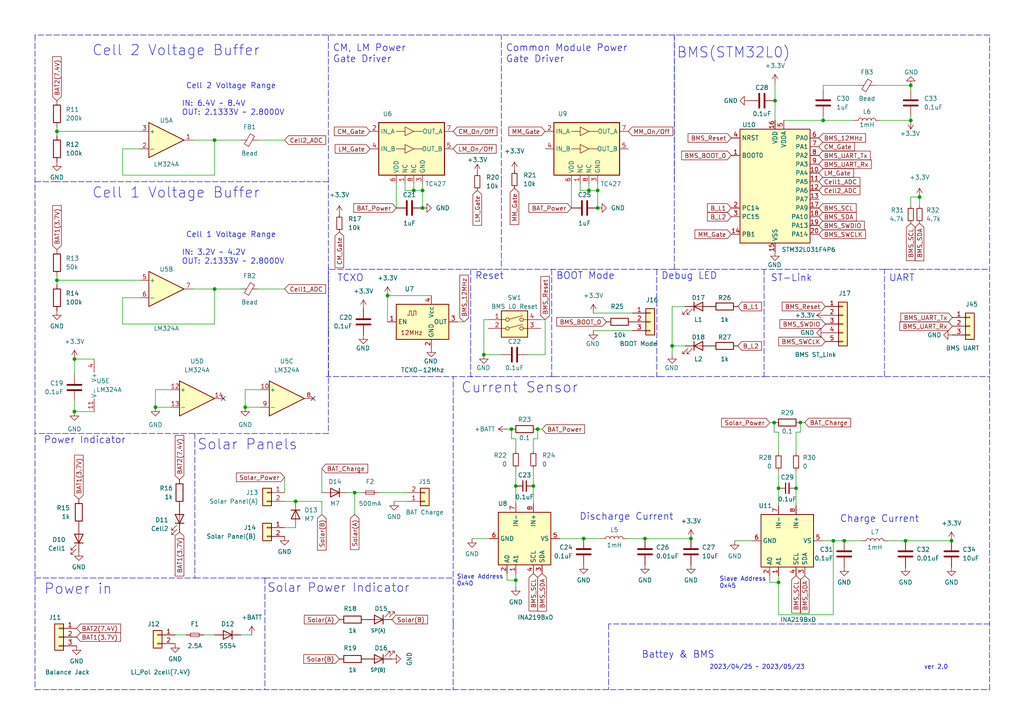
<source format=kicad_sch>
(kicad_sch (version 20250114) (generator "eeschema") (generator_version "9.0")
  (paper "A4")
  (text " Cell 2 Voltage Range\n\nIN: 6.4V ~ 8.4V\nOUT: 2.1333V ~ 2.8000V" (at 52.705 33.655 0) (effects (font (size 1.6 1.6)) (justify left bottom)))
  (text "Common Module Power\nGate Driver" (at 146.685 18.415 0) (effects (font (size 2 2)) (justify left bottom)))
  (text "Cell 1 Voltage Buffer" (at 26.67 57.785 0) (effects (font (size 3 3)) (justify left bottom)))
  (text "Charge Current" (at 243.586 151.765 0) (effects (font (size 2 2)) (justify left bottom)))
  (text "BMS(STM32L0)" (at 196.215 17.145 0) (effects (font (size 3 3)) (justify left bottom)))
  (text "TCXO" (at 97.79 81.915 0) (effects (font (size 2 2)) (justify left bottom)))
  (text "ST-Link" (at 223.52 81.915 0) (effects (font (size 2 2)) (justify left bottom)))
  (text "CM, LM Power\nGate Driver" (at 96.52 18.415 0) (effects (font (size 2 2)) (justify left bottom)))
  (text "Slave Address\n0x40" (at 132.461 170.18 0) (effects (font (size 1.27 1.27)) (justify left bottom)))
  (text "UART" (at 257.81 81.915 0) (effects (font (size 2 2)) (justify left bottom)))
  (text "BOOT Mode" (at 161.29 81.28 0) (effects (font (size 2 2)) (justify left bottom)))
  (text "Solar Power Indicator" (at 77.47 172.085 0) (effects (font (size 2.5 2.5)) (justify left bottom)))
  (text "Current Sensor" (at 133.731 114.3 0) (effects (font (size 3 3)) (justify left bottom)))
  (text "Slave Address\n0x45" (at 208.661 170.815 0) (effects (font (size 1.27 1.27)) (justify left bottom)))
  (text "Reset" (at 137.795 81.28 0) (effects (font (size 2 2)) (justify left bottom)))
  (text "Debug LED" (at 191.77 81.28 0) (effects (font (size 2 2)) (justify left bottom)))
  (text "Battey & BMS" (at 186.055 191.135 0) (effects (font (size 2 2)) (justify left bottom)))
  (text "ver 2.0" (at 267.97 194.31 0) (effects (font (size 1.27 1.27)) (justify left bottom)))
  (text "Cell 2 Voltage Buffer" (at 26.67 16.51 0) (effects (font (size 3 3)) (justify left bottom)))
  (text "Power Indicator" (at 12.7 128.905 0) (effects (font (size 2 2)) (justify left bottom)))
  (text " Cell 1 Voltage Range\n\nIN: 3.2V ~ 4.2V\nOUT: 2.1333V ~ 2.8000V" (at 52.705 76.835 0) (effects (font (size 1.6 1.6)) (justify left bottom)))
  (text "Discharge Current" (at 168.021 151.13 0) (effects (font (size 2 2)) (justify left bottom)))
  (text "2023/04/25 ~ 2023/05/23" (at 205.74 194.31 0) (effects (font (size 1.27 1.27)) (justify left bottom)))
  (text "Power in" (at 12.7 172.72 0) (effects (font (size 3 3)) (justify left bottom)))
  (text "Solar Panels" (at 57.15 130.81 0) (effects (font (size 3 3)) (justify left bottom)))
  (junction (at 112.395 85.725))
  (junction (at 224.79 29.21))
  (junction (at 230.886 141.605))
  (junction (at 45.085 118.11))
  (junction (at 225.806 168.91))
  (junction (at 173.355 60.325))
  (junction (at 122.555 55.245))
  (junction (at 187.071 156.21))
  (junction (at 85.725 145.415))
  (junction (at 262.636 156.845))
  (junction (at 149.606 168.275))
  (junction (at 21.59 104.14))
  (junction (at 173.355 55.245))
  (junction (at 264.16 34.925))
  (junction (at 275.971 156.845))
  (junction (at 238.76 34.925))
  (junction (at 154.686 140.97))
  (junction (at 232.156 122.555))
  (junction (at 200.406 156.21))
  (junction (at 194.945 100.33))
  (junction (at 264.16 24.765))
  (junction (at 266.7 57.15))
  (junction (at 120.015 55.245))
  (junction (at 155.956 124.46))
  (junction (at 241.681 156.845))
  (junction (at 16.51 81.28))
  (junction (at 16.51 38.1))
  (junction (at 148.336 124.46))
  (junction (at 102.87 142.875))
  (junction (at 225.806 141.605))
  (junction (at 62.23 40.64))
  (junction (at 244.856 156.845))
  (junction (at 122.555 60.325))
  (junction (at 170.815 55.245))
  (junction (at 149.606 140.97))
  (junction (at 140.335 102.87))
  (junction (at 224.536 122.5804))
  (junction (at 62.23 83.82))
  (junction (at 71.12 118.11))
  (junction (at 21.59 119.38))
  (junction (at 169.291 156.21))
  (no_connect (at 64.77 115.57))
  (no_connect (at 90.805 115.57))
  (polyline (pts (xy 56.515 125.73) (xy 56.515 167.64)) (stroke (width 0) (type dash)))
  (wire (pts (xy 74.93 83.82) (xy 82.55 83.82)))
  (wire (pts (xy 140.335 92.71) (xy 140.335 102.87)))
  (wire (pts (xy 213.106 156.845) (xy 218.186 156.845)))
  (wire (pts (xy 225.806 168.91) (xy 225.806 178.308)))
  (wire (pts (xy 112.395 93.345) (xy 112.395 85.725)))
  (wire (pts (xy 173.355 55.245) (xy 173.355 60.325)))
  (wire (pts (xy 223.266 167.005) (xy 223.266 168.91)))
  (polyline (pts (xy 56.515 167.64) (xy 66.675 167.64)) (stroke (width 0) (type dash)))
  (wire (pts (xy 148.336 127.254) (xy 148.336 124.46)))
  (wire (pts (xy 21.59 104.14) (xy 21.59 108.585)))
  (wire (pts (xy 140.335 102.87) (xy 145.415 102.87)))
  (wire (pts (xy 82.55 153.035) (xy 85.725 153.035)))
  (polyline (pts (xy 256.54 109.22) (xy 256.54 78.105)) (stroke (width 0) (type dash)))
  (wire (pts (xy 172.085 90.805) (xy 183.515 90.805)))
  (polyline (pts (xy 10.16 10.16) (xy 10.16 200.025)) (stroke (width 0) (type dash)))
  (wire (pts (xy 225.806 136.525) (xy 225.806 141.605)))
  (polyline (pts (xy 95.25 109.22) (xy 95.25 78.105)) (stroke (width 0) (type dash)))
  (wire (pts (xy 149.606 140.97) (xy 149.606 146.05)))
  (polyline (pts (xy 252.095 109.22) (xy 287.02 109.22)) (stroke (width 0) (type dash)))
  (polyline (pts (xy 256.54 78.105) (xy 257.175 78.105)) (stroke (width 0) (type dash)))
  (wire (pts (xy 262.636 156.845) (xy 275.971 156.845)))
  (wire (pts (xy 225.806 125.349) (xy 225.806 131.445)))
  (wire (pts (xy 154.686 140.97) (xy 154.686 146.05)))
  (wire (pts (xy 102.87 142.875) (xy 102.87 149.225)))
  (polyline (pts (xy 137.16 109.22) (xy 94.615 109.22)) (stroke (width 0) (type dash)))
  (wire (pts (xy 35.56 93.98) (xy 62.23 93.98)))
  (wire (pts (xy 224.79 29.21) (xy 224.79 34.925)))
  (wire (pts (xy 244.856 156.845) (xy 249.936 156.845)))
  (polyline (pts (xy 195.58 78.105) (xy 287.02 78.105)) (stroke (width 0) (type dash)))
  (wire (pts (xy 230.886 125.349) (xy 232.156 125.349)))
  (wire (pts (xy 16.51 81.28) (xy 16.51 82.55)))
  (wire (pts (xy 154.686 127.254) (xy 154.686 130.81)))
  (polyline (pts (xy 10.16 200.025) (xy 287.02 200.025)) (stroke (width 0) (type dash)))
  (wire (pts (xy 112.395 85.725) (xy 125.095 85.725)))
  (wire (pts (xy 93.345 149.225) (xy 93.345 145.415)))
  (wire (pts (xy 40.64 86.36) (xy 35.56 86.36)))
  (polyline (pts (xy 76.835 167.64) (xy 76.835 200.025)) (stroke (width 0) (type dash)))
  (wire (pts (xy 147.066 168.275) (xy 149.606 168.275)))
  (wire (pts (xy 266.7 57.15) (xy 266.7 59.69)))
  (wire (pts (xy 227.33 34.925) (xy 238.76 34.925)))
  (polyline (pts (xy 195.58 52.705) (xy 195.58 10.16)) (stroke (width 0) (type dash)))
  (polyline (pts (xy 95.25 10.16) (xy 95.25 96.52)) (stroke (width 0) (type dash)))
  (wire (pts (xy 109.855 142.875) (xy 118.11 142.875)))
  (wire (pts (xy 16.51 81.28) (xy 40.64 81.28)))
  (wire (pts (xy 62.23 40.64) (xy 55.88 40.64)))
  (wire (pts (xy 122.555 55.245) (xy 122.555 60.325)))
  (wire (pts (xy 223.266 122.5804) (xy 224.536 122.5804)))
  (wire (pts (xy 158.115 92.71) (xy 158.115 102.87)))
  (wire (pts (xy 241.681 156.845) (xy 244.856 156.845)))
  (wire (pts (xy 149.606 127.254) (xy 149.606 130.81)))
  (polyline (pts (xy 66.675 167.64) (xy 76.835 167.64)) (stroke (width 0) (type dash)))
  (wire (pts (xy 158.115 102.87) (xy 153.035 102.87)))
  (wire (pts (xy 230.886 136.525) (xy 230.886 141.605)))
  (wire (pts (xy 230.886 141.605) (xy 230.886 146.685)))
  (wire (pts (xy 16.51 36.83) (xy 16.51 38.1)))
  (wire (pts (xy 170.815 53.34) (xy 170.815 55.245)))
  (wire (pts (xy 149.606 168.275) (xy 149.606 170.18)))
  (wire (pts (xy 16.51 38.1) (xy 40.64 38.1)))
  (wire (pts (xy 238.506 156.845) (xy 241.681 156.845)))
  (wire (pts (xy 241.681 156.845) (xy 241.681 178.308)))
  (wire (pts (xy 120.015 53.34) (xy 120.015 55.245)))
  (wire (pts (xy 224.536 122.5804) (xy 224.536 122.555)))
  (wire (pts (xy 27.305 119.38) (xy 21.59 119.38)))
  (wire (pts (xy 49.53 113.03) (xy 45.085 113.03)))
  (wire (pts (xy 16.51 80.01) (xy 16.51 81.28)))
  (wire (pts (xy 21.59 119.38) (xy 21.59 116.205)))
  (polyline (pts (xy 191.135 109.22) (xy 221.615 109.22)) (stroke (width 0) (type dash)))
  (wire (pts (xy 62.23 50.8) (xy 62.23 40.64)))
  (wire (pts (xy 156.845 92.71) (xy 158.115 92.71)))
  (wire (pts (xy 141.605 92.71) (xy 140.335 92.71)))
  (wire (pts (xy 264.16 33.655) (xy 264.16 34.925)))
  (wire (pts (xy 254 24.765) (xy 264.16 24.765)))
  (polyline (pts (xy 176.53 180.975) (xy 176.53 200.025)) (stroke (width 0) (type dash)))
  (wire (pts (xy 194.945 100.33) (xy 194.945 88.9)))
  (polyline (pts (xy 160.655 109.22) (xy 191.135 109.22)) (stroke (width 0) (type dash)))
  (polyline (pts (xy 195.58 78.105) (xy 95.25 78.105)) (stroke (width 0) (type dash)))
  (wire (pts (xy 136.906 156.21) (xy 141.986 156.21)))
  (wire (pts (xy 120.015 55.245) (xy 122.555 55.245)))
  (wire (pts (xy 71.12 113.03) (xy 71.12 118.11)))
  (polyline (pts (xy 160.02 78.105) (xy 160.02 109.22)) (stroke (width 0) (type dash)))
  (polyline (pts (xy 221.615 78.105) (xy 221.615 109.22)) (stroke (width 0) (type dash)))
  (wire (pts (xy 149.606 135.89) (xy 149.606 140.97)))
  (wire (pts (xy 147.066 166.37) (xy 147.066 168.275)))
  (polyline (pts (xy 287.02 10.16) (xy 10.16 10.16)) (stroke (width 0) (type dash)))
  (wire (pts (xy 194.945 102.87) (xy 194.945 100.33)))
  (polyline (pts (xy 145.415 52.705) (xy 145.415 78.105)) (stroke (width 0) (type dash)))
  (wire (pts (xy 173.355 53.34) (xy 173.355 55.245)))
  (wire (pts (xy 45.085 118.11) (xy 49.53 118.11)))
  (wire (pts (xy 16.51 38.1) (xy 16.51 39.37)))
  (polyline (pts (xy 10.16 52.705) (xy 16.51 52.705)) (stroke (width 0) (type dash)))
  (wire (pts (xy 232.156 122.555) (xy 233.426 122.555)))
  (wire (pts (xy 169.291 156.21) (xy 174.371 156.21)))
  (wire (pts (xy 238.76 34.925) (xy 238.76 33.655)))
  (wire (pts (xy 74.93 40.64) (xy 82.55 40.64)))
  (wire (pts (xy 223.266 168.91) (xy 225.806 168.91)))
  (wire (pts (xy 168.275 53.34) (xy 168.275 55.245)))
  (polyline (pts (xy 95.25 78.105) (xy 95.25 77.47)) (stroke (width 0) (type dash)))
  (polyline (pts (xy 190.5 78.105) (xy 190.5 109.22)) (stroke (width 0) (type dash)))
  (wire (pts (xy 247.65 34.925) (xy 238.76 34.925)))
  (wire (pts (xy 232.156 122.555) (xy 232.156 125.349)))
  (wire (pts (xy 35.56 43.18) (xy 35.56 50.8)))
  (wire (pts (xy 132.715 93.345) (xy 134.62 93.345)))
  (wire (pts (xy 62.23 40.64) (xy 69.85 40.64)))
  (polyline (pts (xy 131.445 180.975) (xy 131.445 109.22)) (stroke (width 0) (type dash)))
  (wire (pts (xy 264.16 34.925) (xy 255.27 34.925)))
  (wire (pts (xy 224.536 125.349) (xy 224.536 122.5804)))
  (wire (pts (xy 264.16 57.15) (xy 264.16 59.69)))
  (polyline (pts (xy 136.525 109.22) (xy 137.16 109.22)) (stroke (width 0) (type dash)))
  (wire (pts (xy 224.79 24.13) (xy 224.79 29.21)))
  (wire (pts (xy 257.556 156.845) (xy 262.636 156.845)))
  (wire (pts (xy 27.305 104.14) (xy 21.59 104.14)))
  (wire (pts (xy 93.345 135.89) (xy 93.345 142.875)))
  (wire (pts (xy 122.555 53.34) (xy 122.555 55.245)))
  (wire (pts (xy 154.686 135.89) (xy 154.686 140.97)))
  (polyline (pts (xy 145.415 52.705) (xy 145.415 10.16)) (stroke (width 0) (type dash)))
  (wire (pts (xy 230.886 125.349) (xy 230.886 131.445)))
  (wire (pts (xy 45.085 113.03) (xy 45.085 118.11)))
  (wire (pts (xy 102.87 142.875) (xy 104.775 142.875)))
  (wire (pts (xy 266.7 57.15) (xy 264.16 57.15)))
  (wire (pts (xy 264.16 26.035) (xy 264.16 24.765)))
  (wire (pts (xy 172.085 95.885) (xy 183.515 95.885)))
  (polyline (pts (xy 76.835 167.64) (xy 131.445 167.64)) (stroke (width 0) (type dash)))
  (wire (pts (xy 114.3 145.415) (xy 118.11 145.415)))
  (wire (pts (xy 154.686 127.254) (xy 155.956 127.254)))
  (wire (pts (xy 187.071 156.21) (xy 200.406 156.21)))
  (wire (pts (xy 59.055 184.15) (xy 62.23 184.15)))
  (wire (pts (xy 225.806 125.349) (xy 224.536 125.349)))
  (wire (pts (xy 194.945 100.33) (xy 198.755 100.33)))
  (polyline (pts (xy 221.615 109.22) (xy 252.095 109.22)) (stroke (width 0) (type dash)))
  (wire (pts (xy 181.991 156.21) (xy 187.071 156.21)))
  (polyline (pts (xy 131.445 180.975) (xy 131.445 200.025)) (stroke (width 0) (type dash)))
  (wire (pts (xy 241.681 178.308) (xy 225.806 178.308)))
  (wire (pts (xy 165.735 53.34) (xy 165.735 60.325)))
  (wire (pts (xy 238.76 24.765) (xy 248.92 24.765)))
  (wire (pts (xy 93.345 145.415) (xy 85.725 145.415)))
  (wire (pts (xy 35.56 50.8) (xy 62.23 50.8)))
  (wire (pts (xy 225.806 167.005) (xy 225.806 168.91)))
  (wire (pts (xy 62.23 83.82) (xy 69.85 83.82)))
  (wire (pts (xy 35.56 86.36) (xy 35.56 93.98)))
  (wire (pts (xy 162.306 156.21) (xy 169.291 156.21)))
  (wire (pts (xy 62.23 83.82) (xy 55.88 83.82)))
  (polyline (pts (xy 160.02 109.22) (xy 160.655 109.22)) (stroke (width 0) (type dash)))
  (wire (pts (xy 69.85 184.15) (xy 73.025 184.15)))
  (wire (pts (xy 147.066 124.46) (xy 148.336 124.46)))
  (wire (pts (xy 50.8 184.15) (xy 53.975 184.15)))
  (polyline (pts (xy 95.25 95.885) (xy 95.25 125.73)) (stroke (width 0) (type dash)))
  (wire (pts (xy 117.475 55.245) (xy 120.015 55.245)))
  (polyline (pts (xy 10.16 167.64) (xy 56.515 167.64)) (stroke (width 0) (type dash)))
  (wire (pts (xy 149.606 127.254) (xy 148.336 127.254)))
  (polyline (pts (xy 15.875 52.705) (xy 95.25 52.705)) (stroke (width 0) (type dash)))
  (wire (pts (xy 155.956 127.254) (xy 155.956 124.46)))
  (wire (pts (xy 149.606 166.37) (xy 149.606 168.275)))
  (wire (pts (xy 114.935 53.34) (xy 114.935 60.325)))
  (wire (pts (xy 40.64 43.18) (xy 35.56 43.18)))
  (wire (pts (xy 71.12 118.11) (xy 75.565 118.11)))
  (polyline (pts (xy 136.525 78.105) (xy 136.525 109.22)) (stroke (width 0) (type dash)))
  (wire (pts (xy 82.55 145.415) (xy 85.725 145.415)))
  (wire (pts (xy 168.275 55.245) (xy 170.815 55.245)))
  (polyline (pts (xy 95.25 125.73) (xy 10.16 125.73)) (stroke (width 0) (type dash)))
  (wire (pts (xy 75.565 113.03) (xy 71.12 113.03)))
  (wire (pts (xy 225.806 141.605) (xy 225.806 146.685)))
  (wire (pts (xy 238.76 24.765) (xy 238.76 26.035)))
  (wire (pts (xy 117.475 53.34) (xy 117.475 55.245)))
  (polyline (pts (xy 137.795 109.22) (xy 160.655 109.22)) (stroke (width 0) (type dash)))
  (wire (pts (xy 62.23 93.98) (xy 62.23 83.82)))
  (wire (pts (xy 100.965 142.875) (xy 102.87 142.875)))
  (wire (pts (xy 155.956 124.46) (xy 157.226 124.46)))
  (polyline (pts (xy 195.58 10.16) (xy 195.58 78.105)) (stroke (width 0) (type dash)))
  (wire (pts (xy 82.55 138.43) (xy 82.55 142.875)))
  (polyline (pts (xy 287.02 200.025) (xy 287.02 10.16)) (stroke (width 0) (type dash)))
  (wire (pts (xy 194.945 88.9) (xy 198.755 88.9)))
  (wire (pts (xy 170.815 55.245) (xy 173.355 55.245)))
  (polyline (pts (xy 287.02 180.975) (xy 176.53 180.975)) (stroke (width 0) (type dash)))
  (global_label "MM_Gate" (shape input) (at 149.225 54.61 270) (property "Intersheetrefs" "${INTERSHEET_REFS}" (effects (hide yes))))
  (global_label "MM_On{slash}Off" (shape input) (at 182.245 38.1 0) (property "Intersheetrefs" "${INTERSHEET_REFS}" (effects (hide yes))))
  (global_label "CM_On{slash}Off" (shape input) (at 131.445 38.1 0) (property "Intersheetrefs" "${INTERSHEET_REFS}" (effects (hide yes))))
  (global_label "BAT_Charge" (shape input) (at 233.426 122.555 0) (property "Intersheetrefs" "${INTERSHEET_REFS}" (effects (hide yes))))
  (global_label "BMS_SWDIO" (shape input) (at 237.49 65.405 0) (property "Intersheetrefs" "${INTERSHEET_REFS}" (effects (hide yes))))
  (global_label "CM_Gate" (shape input) (at 98.425 67.31 270) (property "Intersheetrefs" "${INTERSHEET_REFS}" (effects (hide yes))))
  (global_label "B_L2" (shape input) (at 213.995 100.33 0) (property "Intersheetrefs" "${INTERSHEET_REFS}" (effects (hide yes))))
  (global_label "BAT1(3.7V)" (shape input) (at 22.86 144.78 90) (property "Intersheetrefs" "${INTERSHEET_REFS}" (effects (hide yes))))
  (global_label "Solar_Power" (shape input) (at 223.266 122.5804 180) (property "Intersheetrefs" "${INTERSHEET_REFS}" (effects (hide yes))))
  (global_label "B_L1" (shape input) (at 213.995 88.9 0) (property "Intersheetrefs" "${INTERSHEET_REFS}" (effects (hide yes))))
  (global_label "Solar(B)" (shape input) (at 113.665 179.705 0) (property "Intersheetrefs" "${INTERSHEET_REFS}" (effects (hide yes))))
  (global_label "BAT_Power" (shape input) (at 157.226 124.46 0) (property "Intersheetrefs" "${INTERSHEET_REFS}" (effects (hide yes))))
  (global_label "BAT2(7.4V)" (shape input) (at 22.225 182.245 0) (property "Intersheetrefs" "${INTERSHEET_REFS}" (effects (hide yes))))
  (global_label "BMS_Reset" (shape input) (at 212.09 40.005 180) (property "Intersheetrefs" "${INTERSHEET_REFS}" (effects (hide yes))))
  (global_label "BMS_UART_Rx" (shape input) (at 276.225 94.615 180) (property "Intersheetrefs" "${INTERSHEET_REFS}" (effects (hide yes))))
  (global_label "BAT2(7.4V)" (shape input) (at 16.51 29.21 90) (property "Intersheetrefs" "${INTERSHEET_REFS}" (effects (hide yes))))
  (global_label "MM_Gate" (shape input) (at 158.115 38.1 180) (property "Intersheetrefs" "${INTERSHEET_REFS}" (effects (hide yes))))
  (global_label "MM_Gate" (shape input) (at 212.09 67.945 180) (property "Intersheetrefs" "${INTERSHEET_REFS}" (effects (hide yes))))
  (global_label "Solar(A)" (shape input) (at 98.425 179.705 180) (property "Intersheetrefs" "${INTERSHEET_REFS}" (effects (hide yes))))
  (global_label "Cell2_ADC" (shape input) (at 82.55 40.64 0) (property "Intersheetrefs" "${INTERSHEET_REFS}" (effects (hide yes))))
  (global_label "BMS_12MHz" (shape input) (at 134.62 93.345 90) (property "Intersheetrefs" "${INTERSHEET_REFS}" (effects (hide yes))))
  (global_label "BMS_SDA" (shape input) (at 237.49 62.865 0) (property "Intersheetrefs" "${INTERSHEET_REFS}" (effects (hide yes))))
  (global_label "BMS_Reset" (shape input) (at 158.115 92.71 90) (property "Intersheetrefs" "${INTERSHEET_REFS}" (effects (hide yes))))
  (global_label "BMS_SDA" (shape input) (at 233.426 167.005 270) (property "Intersheetrefs" "${INTERSHEET_REFS}" (effects (hide yes))))
  (global_label "BAT_Power" (shape input) (at 114.935 60.325 180) (property "Intersheetrefs" "${INTERSHEET_REFS}" (effects (hide yes))))
  (global_label "LM_Gate" (shape input) (at 138.43 55.245 270) (property "Intersheetrefs" "${INTERSHEET_REFS}" (effects (hide yes))))
  (global_label "BAT1(3.7V)" (shape input) (at 22.225 184.785 0) (property "Intersheetrefs" "${INTERSHEET_REFS}" (effects (hide yes))))
  (global_label "Cell1_ADC" (shape input) (at 82.55 83.82 0) (property "Intersheetrefs" "${INTERSHEET_REFS}" (effects (hide yes))))
  (global_label "BMS_Reset" (shape input) (at 239.395 88.9 180) (property "Intersheetrefs" "${INTERSHEET_REFS}" (effects (hide yes))))
  (global_label "BMS_UART_Rx" (shape input) (at 237.49 47.625 0) (property "Intersheetrefs" "${INTERSHEET_REFS}" (effects (hide yes))))
  (global_label "B_L1" (shape input) (at 212.09 60.325 180) (property "Intersheetrefs" "${INTERSHEET_REFS}" (effects (hide yes))))
  (global_label "Solar(A)" (shape input) (at 102.87 149.225 270) (property "Intersheetrefs" "${INTERSHEET_REFS}" (effects (hide yes))))
  (global_label "Solar_Power" (shape input) (at 82.55 138.43 180) (property "Intersheetrefs" "${INTERSHEET_REFS}" (effects (hide yes))))
  (global_label "BMS_UART_Tx" (shape input) (at 237.49 45.085 0) (property "Intersheetrefs" "${INTERSHEET_REFS}" (effects (hide yes))))
  (global_label "LM_Gate" (shape input) (at 107.315 43.18 180) (property "Intersheetrefs" "${INTERSHEET_REFS}" (effects (hide yes))))
  (global_label "BAT_Charge" (shape input) (at 93.345 135.89 0) (property "Intersheetrefs" "${INTERSHEET_REFS}" (effects (hide yes))))
  (global_label "BAT2(7.4V)" (shape input) (at 52.07 139.065 90) (property "Intersheetrefs" "${INTERSHEET_REFS}" (effects (hide yes))))
  (global_label "CM_Gate" (shape input) (at 107.315 38.1 180) (property "Intersheetrefs" "${INTERSHEET_REFS}" (effects (hide yes))))
  (global_label "BMS_UART_Tx" (shape input) (at 276.225 92.075 180) (property "Intersheetrefs" "${INTERSHEET_REFS}" (effects (hide yes))))
  (global_label "BMS_SCL" (shape input) (at 154.686 166.37 270) (property "Intersheetrefs" "${INTERSHEET_REFS}" (effects (hide yes))))
  (global_label "BMS_SCL" (shape input) (at 230.886 167.005 270) (property "Intersheetrefs" "${INTERSHEET_REFS}" (effects (hide yes))))
  (global_label "CM_Gate" (shape input) (at 237.49 42.545 0) (property "Intersheetrefs" "${INTERSHEET_REFS}" (effects (hide yes))))
  (global_label "Cell2_ADC" (shape input) (at 237.49 55.245 0) (property "Intersheetrefs" "${INTERSHEET_REFS}" (effects (hide yes))))
  (global_label "BMS_SWDIO" (shape input) (at 239.395 93.98 180) (property "Intersheetrefs" "${INTERSHEET_REFS}" (effects (hide yes))))
  (global_label "BMS_BOOT_0" (shape input) (at 175.895 93.345 180) (property "Intersheetrefs" "${INTERSHEET_REFS}" (effects (hide yes))))
  (global_label "BMS_12MHz" (shape input) (at 237.49 40.005 0) (property "Intersheetrefs" "${INTERSHEET_REFS}" (effects (hide yes))))
  (global_label "Solar(B)" (shape input) (at 93.345 149.225 270) (property "Intersheetrefs" "${INTERSHEET_REFS}" (effects (hide yes))))
  (global_label "LM_Gate" (shape input) (at 237.49 50.165 0) (property "Intersheetrefs" "${INTERSHEET_REFS}" (effects (hide yes))))
  (global_label "BMS_SDA" (shape input) (at 157.226 166.37 270) (property "Intersheetrefs" "${INTERSHEET_REFS}" (effects (hide yes))))
  (global_label "LM_On{slash}Off" (shape input) (at 131.445 43.18 0) (property "Intersheetrefs" "${INTERSHEET_REFS}" (effects (hide yes))))
  (global_label "BMS_SCL" (shape input) (at 237.49 60.325 0) (property "Intersheetrefs" "${INTERSHEET_REFS}" (effects (hide yes))))
  (global_label "BAT_Power" (shape input) (at 165.735 60.325 180) (property "Intersheetrefs" "${INTERSHEET_REFS}" (effects (hide yes))))
  (global_label "BMS_SDA" (shape input) (at 266.7 64.77 270) (property "Intersheetrefs" "${INTERSHEET_REFS}" (effects (hide yes))))
  (global_label "Cell1_ADC" (shape input) (at 237.49 52.705 0) (property "Intersheetrefs" "${INTERSHEET_REFS}" (effects (hide yes))))
  (global_label "BMS_SWCLK" (shape input) (at 237.49 67.945 0) (property "Intersheetrefs" "${INTERSHEET_REFS}" (effects (hide yes))))
  (global_label "B_L2" (shape input) (at 212.09 62.865 180) (property "Intersheetrefs" "${INTERSHEET_REFS}" (effects (hide yes))))
  (global_label "BAT1(3.7V)" (shape input) (at 16.51 72.39 90) (property "Intersheetrefs" "${INTERSHEET_REFS}" (effects (hide yes))))
  (global_label "Solar(B)" (shape input) (at 98.425 191.135 180) (property "Intersheetrefs" "${INTERSHEET_REFS}" (effects (hide yes))))
  (global_label "BAT1(3.7V)" (shape input) (at 52.07 154.305 270) (property "Intersheetrefs" "${INTERSHEET_REFS}" (effects (hide yes))))
  (global_label "BMS_SWCLK" (shape input) (at 239.395 99.06 180) (property "Intersheetrefs" "${INTERSHEET_REFS}" (effects (hide yes))))
  (global_label "BMS_SCL" (shape input) (at 264.16 64.77 270) (property "Intersheetrefs" "${INTERSHEET_REFS}" (effects (hide yes))))
  (global_label "BMS_BOOT_0" (shape input) (at 212.09 45.085 180) (property "Intersheetrefs" "${INTERSHEET_REFS}" (effects (hide yes))))
  (symbol (lib_id "Device:C") (at 220.98 29.21 90) (unit 1)
    (property "Reference" "C28" (at 220.98 25.4 90))
    (property "Value" "0.1uF" (at 220.98 33.02 90))
    (property "Footprint" "Capacitor_SMD:C_0805_2012Metric" (effects (hide yes)))
  )
  (symbol (lib_id "Device:D") (at 85.725 149.225 270) (unit 1)
    (property "Reference" "D13" (at 88.265 147.9549 90) (effects (justify left)))
    (property "Value" "M7" (at 88.265 150.4949 90) (effects (justify left)))
    (property "Footprint" "Diode_SMD:D_SMA" (effects (hide yes)))
  )
  (symbol (lib_id "power:GND") (at 71.12 118.11 0) (unit 1)
    (property "Reference" "#PWR0209" (effects (hide yes)))
    (property "Value" "GND" (at 71.12 123.19 0))
  )
  (symbol (lib_id "Device:R") (at 102.235 179.705 90) (unit 1)
    (property "Reference" "R18" (at 103.505 176.53 90) (effects (justify left)))
    (property "Value" "1k" (at 103.505 182.88 90) (effects (justify left)))
    (property "Footprint" "Resistor_SMD:R_0805_2012Metric" (effects (hide yes)))
  )
  (symbol (lib_id "Device:R") (at 16.51 86.36 0) (unit 1)
    (property "Reference" "R14" (at 19.05 85.0899 0) (effects (justify left)))
    (property "Value" "100k" (at 19.05 87.6299 0) (effects (justify left)))
    (property "Footprint" "Resistor_SMD:R_0805_2012Metric" (effects (hide yes)))
  )
  (symbol (lib_id "power:GND") (at 22.86 160.02 0) (unit 1)
    (property "Reference" "#PWR0203" (effects (hide yes)))
    (property "Value" "GND" (at 22.86 164.465 0))
  )
  (symbol (lib_id "Device:R") (at 22.86 148.59 0) (mirror y) (unit 1)
    (property "Reference" "R15" (at 20.32 147.3199 0) (effects (justify left)))
    (property "Value" "1k" (at 20.32 149.8599 0) (effects (justify left)))
    (property "Footprint" "Resistor_SMD:R_0805_2012Metric" (effects (hide yes)))
  )
  (symbol (lib_id "Connector_Generic:Conn_01x03") (at 17.145 184.785 0) (mirror y) (unit 1)
    (property "Reference" "J11" (at 17.78 179.07 0) (effects (justify left)))
    (property "Value" "Balance Jack" (at 26.035 194.945 0) (effects (justify left)))
    (property "Footprint" "Connector:FanPinHeader_1x03_P2.54mm_Vertical" (effects (hide yes)))
  )
  (symbol (lib_id "Device:C") (at 262.636 160.655 0) (mirror y) (unit 1)
    (property "Reference" "C32" (at 265.811 159.3849 0) (effects (justify right)))
    (property "Value" "0.01uF" (at 265.811 161.9249 0) (effects (justify right)))
    (property "Footprint" "Capacitor_SMD:C_0805_2012Metric" (effects (hide yes)))
  )
  (symbol (lib_id "nixie-cache:GND") (at 264.16 24.765 180) (unit 1)
    (property "Reference" "#PWR0189" (effects (hide yes)))
    (property "Value" "GND" (at 262.255 20.955 0) (effects (justify right)))
  )
  (symbol (lib_id "Device:R") (at 210.185 100.33 90) (unit 1)
    (property "Reference" "R27" (at 210.185 97.79 90))
    (property "Value" "1k" (at 210.185 104.14 90))
    (property "Footprint" "Resistor_SMD:R_0805_2012Metric" (effects (hide yes)))
  )
  (symbol (lib_id "power:+3.3V") (at 172.085 90.805 0) (unit 1)
    (property "Reference" "#PWR0198" (effects (hide yes)))
    (property "Value" "+3.3V" (at 172.085 85.725 0))
  )
  (symbol (lib_id "Device:C") (at 118.745 60.325 90) (unit 1)
    (property "Reference" "C21" (at 118.745 56.515 90))
    (property "Value" "1uF" (at 118.745 64.77 90))
    (property "Footprint" "Capacitor_SMD:C_0805_2012Metric" (effects (hide yes)))
  )
  (symbol (lib_name "+3.3V_1") (lib_id "power:+3.3V") (at 224.79 24.13 0) (unit 1)
    (property "Reference" "#PWR0190" (effects (hide yes)))
    (property "Value" "+3.3V" (at 224.79 19.05 0))
  )
  (symbol (lib_id "power:GND") (at 16.51 90.17 0) (unit 1)
    (property "Reference" "#PWR0213" (effects (hide yes)))
    (property "Value" "GND" (at 16.51 94.615 0))
  )
  (symbol (lib_id "Device:R_Small") (at 230.886 133.985 0) (unit 1)
    (property "Reference" "R30" (at 232.791 132.7149 0) (effects (justify left)))
    (property "Value" "0" (at 232.791 135.2549 0) (effects (justify left)))
    (property "Footprint" "Resistor_SMD:R_0805_2012Metric" (effects (hide yes)))
  )
  (symbol (lib_id "Device:R_Small") (at 225.806 133.985 0) (mirror x) (unit 1)
    (property "Reference" "R28" (at 223.901 132.7149 0) (effects (justify right)))
    (property "Value" "0" (at 223.901 135.2549 0) (effects (justify right)))
    (property "Footprint" "Resistor_SMD:R_0805_2012Metric" (effects (hide yes)))
  )
  (symbol (lib_id "nixie-cache:GND") (at 172.085 95.885 0) (unit 1)
    (property "Reference" "#PWR0201" (effects (hide yes)))
    (property "Value" "GND" (at 173.99 99.695 0) (effects (justify right)))
  )
  (symbol (lib_id "Device:C_Small") (at 152.146 140.97 90) (unit 1)
    (property "Reference" "C23" (at 152.146 137.795 90))
    (property "Value" "0.1uF" (at 152.146 144.145 90))
    (property "Footprint" "Capacitor_SMD:C_0805_2012Metric" (effects (hide yes)))
  )
  (symbol (lib_id "power:GND") (at 50.8 186.69 0) (unit 1)
    (property "Reference" "#PWR0207" (effects (hide yes)))
    (property "Value" "GND" (at 50.8 191.135 0))
  )
  (symbol (lib_id "power:+BATT") (at 73.025 184.15 0) (mirror y) (unit 1)
    (property "Reference" "#PWR0202" (effects (hide yes)))
    (property "Value" "+BATT" (at 73.025 179.07 0))
  )
  (symbol (lib_id "Device:FerriteBead_Small") (at 72.39 83.82 90) (unit 1)
    (property "Reference" "FB2" (at 72.39 80.01 90))
    (property "Value" "Bead" (at 72.39 87.63 90))
    (property "Footprint" "Inductor_SMD:L_0805_2012Metric" (effects (hide yes)))
  )
  (symbol (lib_id "nixie-cache:GND") (at 224.79 73.025 0) (unit 1)
    (property "Reference" "#PWR0179" (effects (hide yes)))
    (property "Value" "GND" (at 226.695 76.835 0) (effects (justify right)))
  )
  (symbol (lib_id "power:+3.3V") (at 21.59 104.14 0) (unit 1)
    (property "Reference" "#PWR0212" (effects (hide yes)))
    (property "Value" "+3.3V" (at 21.59 99.06 0))
  )
  (symbol (lib_id "Device:R_Small") (at 266.7 62.23 0) (unit 1)
    (property "Reference" "R32" (at 268.605 60.9599 0) (effects (justify left)))
    (property "Value" "4.7k" (at 268.605 63.4999 0) (effects (justify left)))
    (property "Footprint" "Resistor_SMD:R_0805_2012Metric" (effects (hide yes)))
  )
  (symbol (lib_id "Device:R") (at 16.51 76.2 0) (unit 1)
    (property "Reference" "R13" (at 19.05 74.9299 0) (effects (justify left)))
    (property "Value" "50k" (at 19.05 77.4699 0) (effects (justify left)))
    (property "Footprint" "Resistor_SMD:R_0805_2012Metric" (effects (hide yes)))
  )
  (symbol (lib_name "+3.3V_3") (lib_id "power:+3.3V") (at 149.225 49.53 0) (unit 1)
    (property "Reference" "#PWR0188" (effects (hide yes)))
    (property "Value" "+3.3V" (at 149.225 43.815 0))
  )
  (symbol (lib_id "Device:C") (at 169.291 160.02 0) (mirror y) (unit 1)
    (property "Reference" "C24" (at 166.116 158.7499 0) (effects (justify left)))
    (property "Value" "0.1uF" (at 166.116 161.2899 0) (effects (justify left)))
    (property "Footprint" "Capacitor_SMD:C_0805_2012Metric" (effects (hide yes)))
  )
  (symbol (lib_id "Device:R_Small") (at 154.686 133.35 0) (unit 1)
    (property "Reference" "R24" (at 157.226 132.0799 0) (effects (justify left)))
    (property "Value" "0" (at 157.226 134.6199 0) (effects (justify left)))
    (property "Footprint" "Resistor_SMD:R_0805_2012Metric" (effects (hide yes)))
  )
  (symbol (lib_id "Device:LED") (at 202.565 88.9 0) (unit 1)
    (property "Reference" "D17" (at 202.565 86.36 0))
    (property "Value" "L1" (at 202.565 92.71 0))
    (property "Footprint" "LED_SMD:LED_0805_2012Metric" (effects (hide yes)))
  )
  (symbol (lib_id "power:GND") (at 21.59 119.38 0) (unit 1)
    (property "Reference" "#PWR0214" (effects (hide yes)))
    (property "Value" "GND" (at 21.59 124.46 0))
  )
  (symbol (lib_id "MY_CLK:TCXO-12MHz_3OUT") (at 122.555 93.345 0) (unit 1)
    (property "Reference" "U7" (at 118.745 83.82 0))
    (property "Value" "TCXO-12Mhz" (at 122.555 107.315 0))
    (property "Footprint" "PCB:ECS-TXO-2016-33-120-TR" (effects (hide yes)))
  )
  (symbol (lib_id "Device:R") (at 228.346 122.555 90) (unit 1)
    (property "Reference" "R29" (at 228.346 119.761 90))
    (property "Value" "0.1" (at 228.346 125.095 90))
    (property "Footprint" "Package_TO_SOT_THT:TO-126-2_Horizontal_TabDown" (effects (hide yes)))
  )
  (symbol (lib_id "nixie-cache:GND") (at 187.071 163.83 0) (mirror y) (unit 1)
    (property "Reference" "#PWR0169" (effects (hide yes)))
    (property "Value" "GND" (at 187.071 168.275 0))
  )
  (symbol (lib_id "Device:C") (at 244.856 160.655 0) (mirror y) (unit 1)
    (property "Reference" "C31" (at 241.681 159.3849 0) (effects (justify left)))
    (property "Value" "0.1uF" (at 241.681 161.9249 0) (effects (justify left)))
    (property "Footprint" "Capacitor_SMD:C_0805_2012Metric" (effects (hide yes)))
  )
  (symbol (lib_id "Device:R") (at 179.705 93.345 90) (unit 1)
    (property "Reference" "R25" (at 180.975 88.9 90) (effects (justify left)))
    (property "Value" "10k" (at 181.61 97.155 90) (effects (justify left)))
    (property "Footprint" "Resistor_SMD:R_0805_2012Metric" (effects (hide yes)))
  )
  (symbol (lib_id "Device:R") (at 210.185 88.9 90) (unit 1)
    (property "Reference" "R26" (at 210.185 86.36 90))
    (property "Value" "1k" (at 210.185 92.71 90))
    (property "Footprint" "Resistor_SMD:R_0805_2012Metric" (effects (hide yes)))
  )
  (symbol (lib_id "Device:R_Small") (at 149.225 52.07 0) (unit 1)
    (property "Reference" "R21" (at 151.765 50.7999 0) (effects (justify left)))
    (property "Value" "10k" (at 151.765 53.3399 0) (effects (justify left)))
    (property "Footprint" "Resistor_SMD:R_0805_2012Metric" (effects (hide yes)))
  )
  (symbol (lib_id "nixie-cache:GND") (at 140.335 102.87 0) (unit 1)
    (property "Reference" "#PWR0199" (effects (hide yes)))
    (property "Value" "GND" (at 142.24 106.68 0) (effects (justify right)))
  )
  (symbol (lib_id "Device:LED") (at 22.86 156.21 270) (mirror x) (unit 1)
    (property "Reference" "D10" (at 19.05 156.5274 90) (effects (justify right)))
    (property "Value" "Cell1" (at 19.05 159.0674 90) (effects (justify right)))
    (property "Footprint" "LED_SMD:LED_0805_2012Metric" (effects (hide yes)))
  )
  (symbol (lib_id "Device:LED") (at 109.855 191.135 180) (unit 1)
    (property "Reference" "D16" (at 108.585 187.96 0) (effects (justify right)))
    (property "Value" "SP(B)" (at 107.442 194.31 0) (effects (font (size 1 1)) (justify right)))
    (property "Footprint" "LED_SMD:LED_0805_2012Metric" (effects (hide yes)))
  )
  (symbol (lib_id "Analog_ADC:INA219BxD") (at 228.346 156.845 270) (unit 1)
    (property "Reference" "U11" (at 221.996 146.685 90))
    (property "Value" "INA219BxD" (at 231.521 179.705 90))
    (property "Footprint" "Package_SO:SOIC-8_3.9x4.9mm_P1.27mm" (effects (hide yes)))
    (property "Datasheet" "http://www.ti.com/lit/ds/symlink/ina219.pdf" (effects (hide yes)))
  )
  (symbol (lib_id "Device:L") (at 251.46 34.925 90) (unit 1)
    (property "Reference" "L6" (at 251.46 32.385 90))
    (property "Value" "1mH" (at 251.46 36.195 90))
    (property "Footprint" "Inductor_SMD:L_12x12mm_H8mm" (effects (hide yes)))
  )
  (symbol (lib_id "power:+3.3V") (at 200.406 156.21 0) (unit 1)
    (property "Reference" "#PWR0181" (effects (hide yes)))
    (property "Value" "+3.3V" (at 200.406 151.13 0))
  )
  (symbol (lib_id "Device:C") (at 21.59 112.395 0) (mirror x) (unit 1)
    (property "Reference" "C19" (at 18.415 111.1249 0) (effects (justify right)))
    (property "Value" "0.1uF" (at 18.415 113.6649 0) (effects (justify right)))
    (property "Footprint" "Capacitor_SMD:C_0805_2012Metric" (effects (hide yes)))
  )
  (symbol (lib_id "Device:FerriteBead_Small") (at 72.39 40.64 90) (unit 1)
    (property "Reference" "FB1" (at 72.39 36.83 90))
    (property "Value" "Bead" (at 72.39 44.45 90))
    (property "Footprint" "Inductor_SMD:L_0805_2012Metric" (effects (hide yes)))
  )
  (symbol (lib_id "Amplifier_Operational:LM324A") (at 48.26 40.64 0) (unit 1)
    (property "Reference" "U5" (at 48.26 34.925 0))
    (property "Value" "LM324A" (at 48.26 47.625 0))
    (property "Footprint" "Package_SO:SOIC-14_3.9x8.7mm_P1.27mm" (effects (hide yes)))
    (property "Datasheet" "http://www.ti.com/lit/ds/symlink/lm2902-n.pdf" (effects (hide yes)))
  )
  (symbol (lib_id "nixie-cache:GND") (at 276.225 97.155 270) (unit 1)
    (property "Reference" "#PWR0463" (effects (hide yes)))
    (property "Value" "GND" (at 273.05 97.155 90) (effects (justify right)))
  )
  (symbol (lib_id "nixie-cache:GND") (at 262.636 164.465 0) (mirror y) (unit 1)
    (property "Reference" "#PWR0174" (effects (hide yes)))
    (property "Value" "GND" (at 262.636 168.91 0))
  )
  (symbol (lib_id "Amplifier_Operational:LM324A") (at 57.15 115.57 0) (unit 4)
    (property "Reference" "U5" (at 57.15 104.775 0))
    (property "Value" "LM324A" (at 57.15 107.315 0))
    (property "Footprint" "Package_SO:SOIC-14_3.9x8.7mm_P1.27mm" (effects (hide yes)))
    (property "Datasheet" "http://www.ti.com/lit/ds/symlink/lm2902-n.pdf" (effects (hide yes)))
  )
  (symbol (lib_id "Device:R_Small") (at 98.425 64.77 0) (unit 1)
    (property "Reference" "R17" (at 100.965 63.4999 0) (effects (justify left)))
    (property "Value" "10k" (at 100.965 66.0399 0) (effects (justify left)))
    (property "Footprint" "Resistor_SMD:R_0805_2012Metric" (effects (hide yes)))
  )
  (symbol (lib_id "Device:C") (at 264.16 29.845 0) (unit 1)
    (property "Reference" "C33" (at 267.97 28.5749 0) (effects (justify left)))
    (property "Value" "0.1uF" (at 267.97 31.1149 0) (effects (justify left)))
    (property "Footprint" "Capacitor_SMD:C_0805_2012Metric" (effects (hide yes)))
  )
  (symbol (lib_id "Connector_Generic:Conn_01x03") (at 188.595 93.345 0) (unit 1)
    (property "Reference" "J16" (at 187.325 86.995 0) (effects (justify left)))
    (property "Value" "BOOT Mode" (at 179.705 99.695 0) (effects (justify left)))
    (property "Footprint" "Jumper:SolderJumper-3_P1.3mm_Open_RoundedPad1.0x1.5mm" (effects (hide yes)))
  )
  (symbol (lib_id "nixie-cache:GND") (at 244.856 164.465 0) (mirror y) (unit 1)
    (property "Reference" "#PWR0180" (effects (hide yes)))
    (property "Value" "GND" (at 244.856 168.91 0))
  )
  (symbol (lib_name "+3.3V_3") (lib_id "power:+3.3V") (at 98.425 62.23 0) (unit 1)
    (property "Reference" "#PWR0185" (effects (hide yes)))
    (property "Value" "+3.3V" (at 98.425 56.515 0))
  )
  (symbol (lib_id "power:GND") (at 122.555 60.325 90) (unit 1)
    (property "Reference" "#PWR0184" (effects (hide yes)))
    (property "Value" "GND" (at 126.365 60.3249 90) (effects (justify right)))
  )
  (symbol (lib_id "Device:C") (at 105.41 93.345 0) (mirror y) (unit 1)
    (property "Reference" "C20" (at 102.235 92.0749 0) (effects (justify left)))
    (property "Value" "0.1uF" (at 102.235 94.6149 0) (effects (justify left)))
    (property "Footprint" "Capacitor_SMD:C_0805_2012Metric" (effects (hide yes)))
  )
  (symbol (lib_id "Switch:SW_DIP_x02") (at 149.225 95.25 0) (unit 1)
    (property "Reference" "SW1" (at 149.225 86.36 0))
    (property "Value" "BMS L0 Reset" (at 149.225 88.9 0))
    (property "Footprint" "PCB:SW_SMD_IT-1107" (effects (hide yes)))
  )
  (symbol (lib_id "power:GND") (at 22.225 187.325 0) (unit 1)
    (property "Reference" "#PWR0208" (effects (hide yes)))
    (property "Value" "GND" (at 22.225 191.77 0))
  )
  (symbol (lib_id "Amplifier_Operational:LM324A") (at 83.185 115.57 0) (unit 3)
    (property "Reference" "U5" (at 83.185 104.775 0))
    (property "Value" "LM324A" (at 83.185 107.315 0))
    (property "Footprint" "Package_SO:SOIC-14_3.9x8.7mm_P1.27mm" (effects (hide yes)))
    (property "Datasheet" "http://www.ti.com/lit/ds/symlink/lm2902-n.pdf" (effects (hide yes)))
  )
  (symbol (lib_id "Device:C") (at 200.406 160.02 0) (mirror y) (unit 1)
    (property "Reference" "C27" (at 203.581 158.7499 0) (effects (justify right)))
    (property "Value" "10uF" (at 203.581 161.2899 0) (effects (justify right)))
    (property "Footprint" "Capacitor_SMD:C_1206_3216Metric" (effects (hide yes)))
  )
  (symbol (lib_id "power:+3.3V") (at 275.971 156.845 0) (unit 1)
    (property "Reference" "#PWR0178" (effects (hide yes)))
    (property "Value" "+3.3V" (at 275.971 151.765 0))
  )
  (symbol (lib_id "Device:L") (at 178.181 156.21 90) (unit 1)
    (property "Reference" "L5" (at 178.181 153.67 90))
    (property "Value" "1mH" (at 178.181 158.115 90))
    (property "Footprint" "Inductor_SMD:L_12x12mm_H8mm" (effects (hide yes)))
  )
  (symbol (lib_id "power:GND") (at 113.665 191.135 90) (unit 1)
    (property "Reference" "#PWR0206" (effects (hide yes)))
    (property "Value" "GND" (at 118.745 191.135 0))
  )
  (symbol (lib_id "power:+3.3V") (at 112.395 85.725 0) (unit 1)
    (property "Reference" "#PWR0196" (effects (hide yes)))
    (property "Value" "+3.3V" (at 112.395 80.645 0))
  )
  (symbol (lib_id "nixie-cache:GND") (at 217.17 29.21 270) (unit 1)
    (property "Reference" "#PWR0191" (effects (hide yes)))
    (property "Value" "GND" (at 213.995 29.2099 90) (effects (justify right)))
  )
  (symbol (lib_id "Connector_Generic:Conn_01x02") (at 123.19 145.415 0) (mirror x) (unit 1)
    (property "Reference" "J15" (at 123.19 139.7 0))
    (property "Value" "BAT Charge" (at 123.19 148.59 0))
    (property "Footprint" "Connector:JWT_A3963_1x02_P3.96mm_Vertical" (effects (hide yes)))
  )
  (symbol (lib_id "Amplifier_Operational:LM324A") (at 29.845 111.76 0) (unit 5)
    (property "Reference" "U5" (at 27.94 110.4899 0) (effects (justify left)))
    (property "Value" "LM324A" (at 27.94 113.0299 0) (effects (justify left)))
    (property "Footprint" "Package_SO:SOIC-14_3.9x8.7mm_P1.27mm" (effects (hide yes)))
    (property "Datasheet" "http://www.ti.com/lit/ds/symlink/lm2902-n.pdf" (effects (hide yes)))
  )
  (symbol (lib_id "power:GND") (at 16.51 46.99 0) (unit 1)
    (property "Reference" "#PWR0211" (effects (hide yes)))
    (property "Value" "GND" (at 16.51 51.435 0))
  )
  (symbol (lib_id "Device:R") (at 102.235 191.135 90) (unit 1)
    (property "Reference" "R19" (at 103.505 187.96 90) (effects (justify left)))
    (property "Value" "1k" (at 103.505 194.31 90) (effects (justify left)))
    (property "Footprint" "Resistor_SMD:R_0805_2012Metric" (effects (hide yes)))
  )
  (symbol (lib_id "Connector_Generic:Conn_01x03") (at 281.305 94.615 0) (unit 1)
    (property "Reference" "J45" (at 280.035 88.265 0) (effects (justify left)))
    (property "Value" "BMS UART" (at 274.32 100.965 0) (effects (justify left)))
    (property "Footprint" "Connector_PinHeader_2.54mm:PinHeader_1x03_P2.54mm_Vertical" (effects (hide yes)))
  )
  (symbol (lib_id "nixie-cache:GND") (at 200.406 163.83 0) (mirror y) (unit 1)
    (property "Reference" "#PWR0182" (effects (hide yes)))
    (property "Value" "GND" (at 200.406 168.275 0))
  )
  (symbol (lib_id "Device:LED") (at 202.565 100.33 0) (unit 1)
    (property "Reference" "D18" (at 202.565 97.79 0))
    (property "Value" "L2" (at 202.565 104.14 0))
    (property "Footprint" "LED_SMD:LED_0805_2012Metric" (effects (hide yes)))
  )
  (symbol (lib_id "nixie-cache:GND") (at 239.395 96.52 270) (unit 1)
    (property "Reference" "#PWR0177" (effects (hide yes)))
    (property "Value" "GND" (at 236.22 96.52 90) (effects (justify right)))
  )
  (symbol (lib_id "Device:R_Small") (at 264.16 62.23 0) (mirror x) (unit 1)
    (property "Reference" "R31" (at 262.255 60.9599 0) (effects (justify right)))
    (property "Value" "4.7k" (at 262.255 63.4999 0) (effects (justify right)))
    (property "Footprint" "Resistor_SMD:R_0805_2012Metric" (effects (hide yes)))
  )
  (symbol (lib_id "Device:LED") (at 109.855 179.705 180) (unit 1)
    (property "Reference" "D15" (at 108.585 176.53 0) (effects (justify right)))
    (property "Value" "SP(A)" (at 107.569 182.88 0) (effects (font (size 1 1)) (justify right)))
    (property "Footprint" "LED_SMD:LED_0805_2012Metric" (effects (hide yes)))
  )
  (symbol (lib_id "Device:C") (at 169.545 60.325 90) (unit 1)
    (property "Reference" "C25" (at 169.545 56.515 90))
    (property "Value" "1uF" (at 169.545 64.77 90))
    (property "Footprint" "Capacitor_SMD:C_0805_2012Metric" (effects (hide yes)))
  )
  (symbol (lib_id "power:GND") (at 173.355 60.325 90) (unit 1)
    (property "Reference" "#PWR0186" (effects (hide yes)))
    (property "Value" "GND" (at 177.165 60.3249 90) (effects (justify right)))
  )
  (symbol (lib_id "power:+3.3V") (at 105.41 89.535 0) (mirror y) (unit 1)
    (property "Reference" "#PWR0195" (effects (hide yes)))
    (property "Value" "+3.3V" (at 105.41 84.455 0))
  )
  (symbol (lib_id "MY_PMIC:TC427") (at 169.545 43.18 0) (unit 1)
    (property "Reference" "U9" (at 163.195 33.02 0))
    (property "Value" "TC427" (at 177.165 53.34 0))
    (property "Footprint" "Package_SO:SOIC-8_3.9x4.9mm_P1.27mm" (effects (hide yes)))
  )
  (symbol (lib_id "nixie-cache:GND") (at 105.41 97.155 0) (unit 1)
    (property "Reference" "#PWR0197" (effects (hide yes)))
    (property "Value" "GND" (at 107.315 100.965 0) (effects (justify right)))
  )
  (symbol (lib_id "Connector_Generic:Conn_01x05") (at 244.475 93.98 0) (unit 1)
    (property "Reference" "J17" (at 243.205 85.09 0) (effects (justify left)))
    (property "Value" "BMS ST_Link" (at 230.505 102.87 0) (effects (justify left)))
    (property "Footprint" "Connector_PinHeader_2.54mm:PinHeader_1x05_P2.54mm_Vertical" (effects (hide yes)))
  )
  (symbol (lib_id "MY_PMIC:TC427") (at 118.745 43.18 0) (unit 1)
    (property "Reference" "U6" (at 112.395 33.02 0))
    (property "Value" "TC427" (at 126.365 53.34 0))
    (property "Footprint" "Package_SO:SOIC-8_3.9x4.9mm_P1.27mm" (effects (hide yes)))
  )
  (symbol (lib_id "nixie-cache:GND") (at 213.106 156.845 0) (unit 1)
    (property "Reference" "#PWR0183" (effects (hide yes)))
    (property "Value" "GND" (at 213.106 161.29 0))
  )
  (symbol (lib_id "Device:L") (at 253.746 156.845 90) (unit 1)
    (property "Reference" "L7" (at 253.746 154.305 90))
    (property "Value" "1mH" (at 253.746 158.75 90))
    (property "Footprint" "Inductor_SMD:L_12x12mm_H8mm" (effects (hide yes)))
  )
  (symbol (lib_id "Analog_ADC:INA219BxD") (at 152.146 156.21 270) (unit 1)
    (property "Reference" "U8" (at 145.796 146.05 90))
    (property "Value" "INA219BxD" (at 155.321 179.07 90))
    (property "Footprint" "Package_SO:SOIC-8_3.9x4.9mm_P1.27mm" (effects (hide yes)))
    (property "Datasheet" "http://www.ti.com/lit/ds/symlink/ina219.pdf" (effects (hide yes)))
  )
  (symbol (lib_id "Device:R") (at 16.51 33.02 0) (unit 1)
    (property "Reference" "R11" (at 19.05 31.7499 0) (effects (justify left)))
    (property "Value" "200k" (at 19.05 34.2899 0) (effects (justify left)))
    (property "Footprint" "Resistor_SMD:R_0805_2012Metric" (effects (hide yes)))
  )
  (symbol (lib_id "nixie-cache:GND") (at 125.095 100.965 0) (unit 1)
    (property "Reference" "#PWR0194" (effects (hide yes)))
    (property "Value" "GND" (at 127 104.775 0) (effects (justify right)))
  )
  (symbol (lib_id "Device:C") (at 149.225 102.87 90) (unit 1)
    (property "Reference" "C22" (at 149.225 99.06 90))
    (property "Value" "0.1uF" (at 149.225 106.68 90))
    (property "Footprint" "Capacitor_SMD:C_0805_2012Metric" (effects (hide yes)))
  )
  (symbol (lib_name "+3.3V_2") (lib_id "power:+3.3V") (at 266.7 57.15 0) (unit 1)
    (property "Reference" "#PWR0193" (effects (hide yes)))
    (property "Value" "+3.3V" (at 266.7 51.435 0))
  )
  (symbol (lib_id "Device:C") (at 275.971 160.655 0) (mirror y) (unit 1)
    (property "Reference" "C34" (at 279.146 159.3849 0) (effects (justify right)))
    (property "Value" "10uF" (at 279.146 161.9249 0) (effects (justify right)))
    (property "Footprint" "Capacitor_SMD:C_1206_3216Metric" (effects (hide yes)))
  )
  (symbol (lib_id "Device:LED") (at 52.07 150.495 270) (mirror x) (unit 1)
    (property "Reference" "D11" (at 48.895 150.8124 90) (effects (justify right)))
    (property "Value" "Cell2" (at 48.895 153.3524 90) (effects (justify right)))
    (property "Footprint" "LED_SMD:LED_0805_2012Metric" (effects (hide yes)))
  )
  (symbol (lib_id "Device:R_Small") (at 138.43 52.705 0) (unit 1)
    (property "Reference" "R20" (at 140.97 51.4349 0) (effects (justify left)))
    (property "Value" "10k" (at 140.97 53.9749 0) (effects (justify left)))
    (property "Footprint" "Resistor_SMD:R_0805_2012Metric" (effects (hide yes)))
  )
  (symbol (lib_id "Device:R") (at 152.146 124.46 90) (unit 1)
    (property "Reference" "R23" (at 152.146 121.666 90))
    (property "Value" "0.1" (at 152.146 127 90))
    (property "Footprint" "Package_TO_SOT_THT:TO-126-2_Horizontal_TabDown" (effects (hide yes)))
  )
  (symbol (lib_id "Amplifier_Operational:LM324A") (at 48.26 83.82 0) (unit 2)
    (property "Reference" "U5" (at 48.26 78.105 0))
    (property "Value" "LM324A" (at 48.26 95.25 0))
    (property "Footprint" "Package_SO:SOIC-14_3.9x8.7mm_P1.27mm" (effects (hide yes)))
    (property "Datasheet" "http://www.ti.com/lit/ds/symlink/lm2902-n.pdf" (effects (hide yes)))
  )
  (symbol (lib_id "nixie-cache:GND") (at 194.945 102.87 0) (unit 1)
    (property "Reference" "#PWR0200" (effects (hide yes)))
    (property "Value" "GND" (at 196.85 106.68 0) (effects (justify right)))
  )
  (symbol (lib_id "Device:R") (at 16.51 43.18 0) (unit 1)
    (property "Reference" "R12" (at 19.05 41.9099 0) (effects (justify left)))
    (property "Value" "100k" (at 19.05 44.4499 0) (effects (justify left)))
    (property "Footprint" "Resistor_SMD:R_0805_2012Metric" (effects (hide yes)))
  )
  (symbol (lib_id "nixie-cache:GND") (at 114.3 145.415 0) (unit 1)
    (property "Reference" "#PWR0172" (effects (hide yes)))
    (property "Value" "GND" (at 114.3 149.86 0))
  )
  (symbol (lib_id "Device:C_Small") (at 228.346 141.605 90) (unit 1)
    (property "Reference" "C29" (at 228.346 138.43 90))
    (property "Value" "0.1uF" (at 228.346 144.78 90))
    (property "Footprint" "Capacitor_SMD:C_0805_2012Metric" (effects (hide yes)))
  )
  (symbol (lib_id "power:+BATT") (at 147.066 124.46 90) (mirror x) (unit 1)
    (property "Reference" "#PWR0173" (effects (hide yes)))
    (property "Value" "+BATT" (at 137.541 124.46 90) (effects (justify right)))
  )
  (symbol (lib_name "+3.3V_3") (lib_id "power:+3.3V") (at 138.43 50.165 0) (unit 1)
    (property "Reference" "#PWR0187" (effects (hide yes)))
    (property "Value" "+3.3V" (at 138.43 46.355 0))
  )
  (symbol (lib_id "nixie-cache:GND") (at 149.606 170.18 0) (unit 1)
    (property "Reference" "#PWR0205" (effects (hide yes)))
    (property "Value" "GND" (at 149.606 174.625 0))
  )
  (symbol (lib_id "Device:R") (at 52.07 142.875 0) (mirror y) (unit 1)
    (property "Reference" "R16" (at 50.165 141.6049 0) (effects (justify left)))
    (property "Value" "1k" (at 50.165 144.1449 0) (effects (justify left)))
    (property "Footprint" "Resistor_SMD:R_0805_2012Metric" (effects (hide yes)))
  )
  (symbol (lib_id "MCU_ST_STM32L0:STM32L031F4Px") (at 224.79 52.705 0) (unit 1)
    (property "Reference" "U10" (at 215.265 36.195 0) (effects (justify left)))
    (property "Value" "STM32L031F4P6" (at 226.695 72.39 0) (effects (justify left)))
    (property "Footprint" "Package_SO:TSSOP-20_4.4x6.5mm_P0.65mm" (effects (hide yes)))
    (property "Datasheet" "http://www.st.com/st-web-ui/static/active/en/resource/technical/document/datasheet/DM00140359.pdf" (effects (hide yes)))
  )
  (symbol (lib_id "nixie-cache:GND") (at 169.291 163.83 0) (mirror y) (unit 1)
    (property "Reference" "#PWR0170" (effects (hide yes)))
    (property "Value" "GND" (at 169.291 168.275 0))
  )
  (symbol (lib_id "Device:Fuse_Small") (at 107.315 142.875 0) (unit 1)
    (property "Reference" "F2" (at 107.315 139.7 0))
    (property "Value" "500mA" (at 107.315 146.05 0))
    (property "Footprint" "Fuse:Fuse_1210_3225Metric_Pad1.42x2.65mm_HandSolder" (effects (hide yes)))
  )
  (symbol (lib_id "Device:FerriteBead_Small") (at 251.46 24.765 90) (unit 1)
    (property "Reference" "FB3" (at 251.46 20.955 90))
    (property "Value" "Bead" (at 251.46 28.575 90))
    (property "Footprint" "Inductor_SMD:L_0805_2012Metric" (effects (hide yes)))
  )
  (symbol (lib_id "nixie-cache:GND") (at 275.971 164.465 0) (mirror y) (unit 1)
    (property "Reference" "#PWR0175" (effects (hide yes)))
    (property "Value" "GND" (at 275.971 168.91 0))
  )
  (symbol (lib_id "Connector_Generic:Conn_01x02") (at 77.47 153.035 0) (mirror y) (unit 1)
    (property "Reference" "J14" (at 74.295 153.0349 0) (effects (justify left)))
    (property "Value" "Solar Panel(B)" (at 74.295 155.5749 0) (effects (justify left)))
    (property "Footprint" "Connector:JWT_A3963_1x02_P3.96mm_Vertical" (effects (hide yes)))
  )
  (symbol (lib_id "Device:R_Small") (at 149.606 133.35 0) (mirror x) (unit 1)
    (property "Reference" "R22" (at 147.066 132.0799 0) (effects (justify right)))
    (property "Value" "0" (at 147.066 134.6199 0) (effects (justify right)))
    (property "Footprint" "Resistor_SMD:R_0805_2012Metric" (effects (hide yes)))
  )
  (symbol (lib_id "nixie-cache:GND") (at 136.906 156.21 0) (unit 1)
    (property "Reference" "#PWR0171" (effects (hide yes)))
    (property "Value" "GND" (at 136.906 160.655 0))
  )
  (symbol (lib_name "+3.3V_1") (lib_id "power:+3.3V") (at 264.16 34.925 180) (unit 1)
    (property "Reference" "#PWR0192" (effects (hide yes)))
    (property "Value" "+3.3V" (at 260.985 38.735 0) (effects (justify right)))
  )
  (symbol (lib_id "nixie-cache:GND") (at 82.55 155.575 0) (unit 1)
    (property "Reference" "#PWR0215" (effects (hide yes)))
    (property "Value" "GND" (at 82.55 160.02 0))
  )
  (symbol (lib_id "Device:Fuse_Small") (at 56.515 184.15 0) (unit 1)
    (property "Reference" "F1" (at 56.515 180.975 0))
    (property "Value" "2.5A" (at 56.515 187.325 0))
    (property "Footprint" "Fuse:Fuse_1812_4532Metric_Pad1.30x3.40mm_HandSolder" (effects (hide yes)))
  )
  (symbol (lib_id "Connector_Generic:Conn_01x02") (at 77.47 142.875 0) (mirror y) (unit 1)
    (property "Reference" "J13" (at 74.93 142.8749 0) (effects (justify left)))
    (property "Value" "Solar Panel(A)" (at 74.93 145.4149 0) (effects (justify left)))
    (property "Footprint" "Connector:JWT_A3963_1x02_P3.96mm_Vertical" (effects (hide yes)))
  )
  (symbol (lib_id "Device:D") (at 66.04 184.15 180) (unit 1)
    (property "Reference" "D12" (at 66.04 180.975 0))
    (property "Value" "SS54" (at 66.04 187.325 0))
    (property "Footprint" "PCB:SS54" (effects (hide yes)))
  )
  (symbol (lib_id "power:+3.3V") (at 239.395 91.44 90) (unit 1)
    (property "Reference" "#PWR0176" (effects (hide yes)))
    (property "Value" "+3.3V" (at 230.505 91.44 90) (effects (justify right)))
  )
  (symbol (lib_id "Connector_Generic:Conn_01x02") (at 45.72 184.15 0) (mirror y) (unit 1)
    (property "Reference" "J12" (at 46.355 180.975 0) (effects (justify left)))
    (property "Value" "Li_Pol 2cell(7.4V)" (at 55.245 194.945 0) (effects (justify left)))
    (property "Footprint" "Connector_AMASS:AMASS_XT60-M_1x02_P7.20mm_Vertical" (effects (hide yes)))
  )
  (symbol (lib_id "Device:C") (at 238.76 29.845 0) (unit 1)
    (property "Reference" "C30" (at 242.57 28.5749 0) (effects (justify left)))
    (property "Value" "1uF" (at 242.57 31.1149 0) (effects (justify left)))
    (property "Footprint" "Capacitor_SMD:C_0805_2012Metric" (effects (hide yes)))
  )
  (symbol (lib_id "Device:D") (at 97.155 142.875 180) (unit 1)
    (property "Reference" "D14" (at 97.155 139.7 0))
    (property "Value" "M7" (at 97.155 146.05 0))
    (property "Footprint" "Diode_SMD:D_SMA" (effects (hide yes)))
  )
  (symbol (lib_id "Device:C") (at 187.071 160.02 0) (mirror y) (unit 1)
    (property "Reference" "C26" (at 190.246 158.7499 0) (effects (justify right)))
    (property "Value" "0.01uF" (at 190.246 161.2899 0) (effects (justify right)))
    (property "Footprint" "Capacitor_SMD:C_0805_2012Metric" (effects (hide yes)))
  )
  (symbol (lib_id "power:GND") (at 45.085 118.11 0) (unit 1)
    (property "Reference" "#PWR0210" (effects (hide yes)))
    (property "Value" "GND" (at 45.085 123.19 0))
  )
)
</source>
